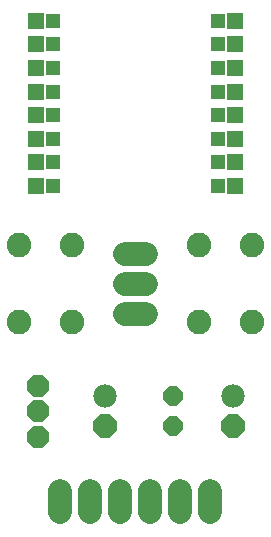
<source format=gts>
G04 EAGLE Gerber RS-274X export*
G75*
%MOMM*%
%FSLAX34Y34*%
%LPD*%
%INSoldermask Top*%
%IPPOS*%
%AMOC8*
5,1,8,0,0,1.08239X$1,22.5*%
G01*
%ADD10P,1.803519X8X112.500000*%
%ADD11C,1.981200*%
%ADD12P,2.144431X8X292.500000*%
%ADD13C,2.032000*%
%ADD14P,2.034460X8X112.500000*%
%ADD15R,1.403200X1.403200*%
%ADD16R,1.423200X1.403200*%
%ADD17R,1.311200X1.311200*%
%ADD18C,2.082800*%


D10*
X158750Y107950D03*
X158750Y133350D03*
D11*
X101600Y133350D03*
D12*
X101600Y107950D03*
D11*
X209550Y133350D03*
D12*
X209550Y107950D03*
D13*
X190500Y53594D02*
X190500Y35306D01*
X165100Y35306D02*
X165100Y53594D01*
X139700Y53594D02*
X139700Y35306D01*
X114300Y35306D02*
X114300Y53594D01*
X88900Y53594D02*
X88900Y35306D01*
X63500Y35306D02*
X63500Y53594D01*
D14*
X44450Y99060D03*
X44450Y120650D03*
X44450Y142240D03*
D15*
X43000Y451400D03*
X43000Y431400D03*
X43000Y411400D03*
X43000Y391400D03*
X43000Y371400D03*
X43000Y351400D03*
D16*
X43000Y331400D03*
D15*
X43000Y311400D03*
X211000Y311400D03*
X211000Y331400D03*
X211000Y351400D03*
X211000Y371400D03*
X211000Y391400D03*
X211000Y411400D03*
X211000Y431400D03*
X211000Y451400D03*
D17*
X57000Y451400D03*
X57000Y431400D03*
X57000Y411400D03*
X57000Y391400D03*
X57000Y371400D03*
X57000Y351400D03*
X57000Y331400D03*
X57000Y311400D03*
X197000Y311400D03*
X197000Y331400D03*
X197000Y351400D03*
X197000Y371400D03*
X197000Y391400D03*
X197000Y411400D03*
X197000Y431400D03*
X197000Y451400D03*
D13*
X136144Y203200D02*
X117856Y203200D01*
X117856Y228600D02*
X136144Y228600D01*
X136144Y254000D02*
X117856Y254000D01*
D18*
X28194Y196088D03*
X28194Y261112D03*
X73406Y196088D03*
X73406Y261112D03*
X225806Y261112D03*
X225806Y196088D03*
X180594Y261112D03*
X180594Y196088D03*
M02*

</source>
